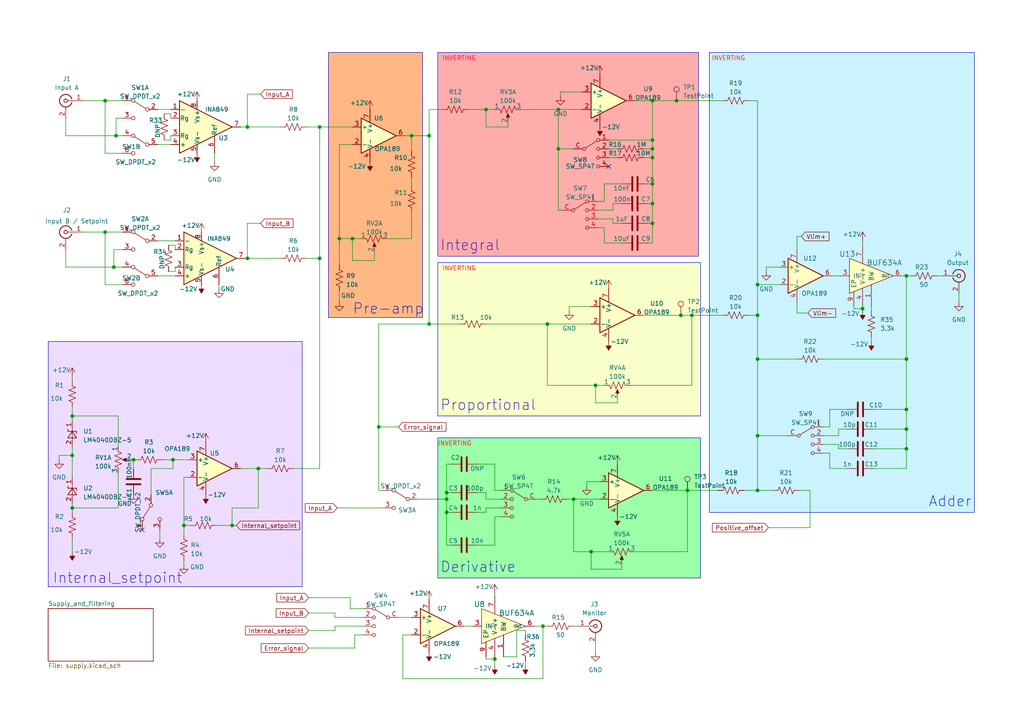
<source format=kicad_sch>
(kicad_sch (version 20231120) (generator "eeschema") (generator_version "8.0")
  (paper "A4")
  (lib_symbols
    (symbol "Amplifier_Instrumentation:AD8236" (pin_names (offset 0.127))
      (property "Reference" "U" (at 3.81 7.62 0))
      (property "Value" "AD8236" (at 3.81 5.08 0))
      (symbol "AD8236_1_1"
        (pin input line (at -10.16 5.08 0) (length 2.54) (name "-") (number "1"))
        (pin passive line (at -10.16 2.54 0) (length 2.54) (name "Rg") (number "2"))
        (pin passive line (at -10.16 -2.54 0) (length 2.54) (name "Rg") (number "3"))
        (pin input line (at -10.16 -5.08 0) (length 2.54) (name "+") (number "4"))
        (pin power_in line (at -2.54 -7.62 90) (length 2.54) (name "Vs-") (number "5"))
        (pin passive line (at 2.54 -7.62 90) (length 5.08) (name "Ref") (number "6"))
        (pin output line (at 10.16 0 180) (length 2.54) (name "~") (number "7"))
        (pin power_in line (at -2.54 7.62 270) (length 2.54) (name "Vs+") (number "8"))
      )
    )
    (symbol "Amplifier_Operational:OPA330xxD" (pin_names (offset 0.127))
      (property "Reference" "U" (at 0 6.35 0))
      (property "Value" "OPA330xxD" (at 0 3.81 0))
      (symbol "OPA330xxD_1_1"
        (pin no_connect line (at -2.54 2.54 270) (length 2.54) hide (name "NC") (number "1"))
        (pin input line (at -7.62 -2.54 0) (length 2.54) (name "-") (number "2"))
        (pin input line (at -7.62 2.54 0) (length 2.54) (name "+") (number "3"))
        (pin power_in line (at -2.54 -7.62 90) (length 3.81) (name "V-") (number "4"))
        (pin no_connect line (at 0 2.54 270) (length 2.54) hide (name "NC") (number "5"))
        (pin output line (at 7.62 0 180) (length 2.54) (name "~") (number "6"))
        (pin power_in line (at -2.54 7.62 270) (length 3.81) (name "V+") (number "7"))
        (pin no_connect line (at 0 -2.54 90) (length 2.54) hide (name "NC") (number "8"))
      )
    )
    (symbol "Connector:Conn_Coaxial" (pin_names (offset 1.016) hide)
      (property "Reference" "J" (at 0.254 3.048 0))
      (property "Value" "Conn_Coaxial" (at 2.921 0 90))
      (symbol "Conn_Coaxial_1_1"
        (pin passive line (at -5.08 0 0) (length 2.54) (name "In") (number "1"))
        (pin passive line (at 0 -5.08 90) (length 2.54) (name "Ext") (number "2"))
      )
    )
    (symbol "Connector:TestPoint" (pin_numbers hide) (pin_names (offset 0.762) hide)
      (property "Reference" "TP" (at 0 6.858 0))
      (property "Value" "TestPoint" (at 0 5.08 0))
      (symbol "TestPoint_1_1"
        (pin passive line (at 0 0 90) (length 2.54) (name "1") (number "1"))
      )
    )
    (symbol "Device:C" (pin_numbers hide) (pin_names (offset 0.254))
      (property "Reference" "C" (at 0.635 2.54 0))
      (property "Value" "C" (at 0.635 -2.54 0))
      (symbol "C_1_1"
        (pin passive line (at 0 3.81 270) (length 2.794) (name "~") (number "1"))
        (pin passive line (at 0 -3.81 90) (length 2.794) (name "~") (number "2"))
      )
    )
    (symbol "Device:R_US" (pin_numbers hide) (pin_names (offset 0))
      (property "Reference" "R" (at 2.54 0 90))
      (property "Value" "R_US" (at -2.54 0 90))
      (symbol "R_US_1_1"
        (pin passive line (at 0 3.81 270) (length 1.27) (name "~") (number "1"))
        (pin passive line (at 0 -3.81 90) (length 1.27) (name "~") (number "2"))
      )
    )
    (symbol "Reference_Voltage:LM4040DBZ-5" (pin_names (offset 0.0254) hide)
      (property "Reference" "U" (at 0 2.54 0))
      (property "Value" "LM4040DBZ-5" (at 0 -3.175 0))
      (symbol "LM4040DBZ-5_1_1"
        (pin passive line (at 3.81 0 180) (length 2.54) (name "K") (number "1"))
        (pin passive line (at -3.81 0 0) (length 2.54) (name "A") (number "2"))
      )
    )
    (symbol "local_lib:BUF634A" (pin_names (offset 1.016))
      (property "Reference" "U" (at 2.54 -12.7 0))
      (property "Value" "BUF634A" (at 13.97 -13.97 0))
      (symbol "BUF634A_1_1"
        (pin passive line (at 10.16 -26.67 90) (length 6.35) (name "BW") (number "1"))
        (pin passive line (at 1.27 -17.78 0) (length 2.54) (name "IN") (number "3"))
        (pin passive line (at 7.62 -26.67 90) (length 5.334) (name "V-") (number "4"))
        (pin passive line (at 19.05 -17.78 180) (length 2.54) (name "OUT") (number "6"))
        (pin passive line (at 7.62 -8.89 270) (length 5.334) (name "V+") (number "7"))
        (pin passive line (at 5.08 -26.67 90) (length 4.318) (name "EP") (number "9"))
      )
    )
    (symbol "local_lib:SW_DPDT_x2" (pin_names (offset 0) hide)
      (property "Reference" "SW1" (at 0 6.35 0))
      (property "Value" "SW_DPDT_x2" (at 0 3.81 0))
      (symbol "SW_DPDT_x2_1_1"
        (pin passive line (at 5.08 2.54 180) (length 2.54) (name "A") (number "1"))
        (pin passive line (at -5.08 0 0) (length 2.54) (name "B") (number "2"))
        (pin passive line (at 5.08 -2.54 180) (length 2.54) (name "C") (number "3"))
      )
      (symbol "SW_DPDT_x2_2_1"
        (pin passive line (at 5.08 2.54 180) (length 2.54) (name "A") (number "4"))
        (pin passive line (at -5.08 0 0) (length 2.54) (name "B") (number "5"))
        (pin passive line (at 5.08 -2.54 180) (length 2.54) (name "C") (number "6"))
      )
      (symbol "SW_DPDT_x2_3_1"
        (text "METAL_SHIELD" (at 0.5342 1.3412 0) (effects (font (size 1.27 1.27))))
        (pin passive line (at 0 -2.54 90) (length 2.54) (name "S") (number "S"))
      )
    )
    (symbol "local_lib:SW_SP4T" (pin_names (offset 0) hide)
      (property "Reference" "SW" (at 0 5.08 0))
      (property "Value" "SW_SP4T" (at 0 -8.89 0))
      (symbol "SW_SP4T_1_1"
        (pin passive line (at 5.08 2.54 180) (length 2.54) (name "1") (number "1"))
        (pin passive line (at 5.08 0 180) (length 2.54) (name "2") (number "2"))
        (pin passive line (at 5.08 -2.54 180) (length 2.54) (name "3") (number "3"))
        (pin passive line (at 5.08 -5.08 180) (length 2.54) (name "4") (number "4"))
        (pin passive line (at -5.08 0 0) (length 2.54) (name "Common") (number "C"))
      )
    )
    (symbol "local_lib:potentiometer_and _LED" (pin_numbers hide) (pin_names (offset 0))
      (property "Reference" "RV" (at -4.445 0 90))
      (property "Value" "100k" (at -2.54 0 90))
      (symbol "potentiometer_and _LED_1_1"
        (unit_name "Potentiometer")
        (pin passive line (at 0 3.81 270) (length 1.27) (name "1") (number "1"))
        (pin passive line (at 3.81 0 180) (length 1.27) (name "2") (number "2"))
        (pin passive line (at 0 -3.81 90) (length 1.27) (name "3") (number "3"))
      )
      (symbol "potentiometer_and _LED_2_1"
        (unit_name "LED")
        (pin passive line (at 0 3.81 270) (length 2.54) (name "A") (number "A"))
        (pin passive line (at 0 -3.81 90) (length 2.54) (name "C") (number "C"))
        (pin passive line (at -5.08 -3.81 90) (length 2.54) (name "Dummy") (number "L"))
      )
    )
    (symbol "power:+12V" (power) (pin_names (offset 0))
      (property "Value" "+12V" (at 0 3.556 0))
      (symbol "+12V_1_1"
        (pin power_in line (at 0 0 90) (length 0) hide (name "+12V") (number "1"))
      )
    )
    (symbol "power:-12V" (power) (pin_names (offset 0))
      (property "Value" "-12V" (at 0 3.81 0))
      (symbol "-12V_0_0"
        (pin power_in line (at 0 0 90) (length 0) hide (name "-12V") (number "1"))
      )
    )
    (symbol "power:GND" (power) (pin_names (offset 0))
      (property "Value" "GND" (at 0 -3.81 0))
      (symbol "GND_1_1"
        (pin power_in line (at 0 0 270) (length 0) hide (name "GND") (number "1"))
      )
    )
  )
  (junction (at 161.925 31.75))
  (junction (at 20.955 147.32))
  (junction (at 199.39 142.24))
  (junction (at 161.925 43.18))
  (junction (at 262.89 104.14))
  (junction (at 129.54 148.59))
  (junction (at 262.89 80.01))
  (junction (at 158.75 93.98))
  (junction (at 219.71 142.24))
  (junction (at 166.37 144.78))
  (junction (at 124.46 39.37))
  (junction (at 20.955 132.08))
  (junction (at 92.71 36.83))
  (junction (at 189.23 53.34))
  (junction (at 196.215 29.21))
  (junction (at 119.38 39.37))
  (junction (at 30.48 67.31))
  (junction (at 129.54 144.78))
  (junction (at 189.23 45.72))
  (junction (at 109.855 123.825))
  (junction (at 129.54 142.875))
  (junction (at 219.71 82.55))
  (junction (at 92.71 74.93))
  (junction (at 20.955 120.65))
  (junction (at 33.02 77.47))
  (junction (at 71.755 74.93))
  (junction (at 71.755 36.83))
  (junction (at 53.34 152.4))
  (junction (at 33.655 39.37))
  (junction (at 143.51 191.135))
  (junction (at 172.72 111.76))
  (junction (at 74.93 135.89))
  (junction (at 98.425 69.215))
  (junction (at 38.735 133.35))
  (junction (at 262.89 130.175))
  (junction (at 219.71 104.14))
  (junction (at 200.66 91.44))
  (junction (at 189.23 64.77))
  (junction (at 219.71 91.44))
  (junction (at 67.31 152.4))
  (junction (at 102.235 69.215))
  (junction (at 262.89 124.46))
  (junction (at 30.48 29.21))
  (junction (at 262.89 118.745))
  (junction (at 171.45 160.02))
  (junction (at 250.19 89.535))
  (junction (at 189.23 29.21))
  (junction (at 50.165 133.35))
  (junction (at 189.23 40.64))
  (junction (at 197.485 91.44))
  (junction (at 124.46 93.98))
  (junction (at 189.23 59.055))
  (junction (at 219.71 126.365))
  (junction (at 140.97 31.75))
  (junction (at 189.23 43.18))
  (junction (at 157.48 181.61))
  (no_connect (at 41.275 153.67))
  (no_connect (at 176.53 48.26))
  (wire (pts (xy 151.13 31.75) (xy 161.925 31.75)))
  (wire (pts (xy 189.23 43.18) (xy 189.23 45.72)))
  (wire (pts (xy 200.66 91.44) (xy 200.66 111.76)))
  (wire (pts (xy 69.85 36.83) (xy 71.755 36.83)))
  (wire (pts (xy 243.205 130.175) (xy 245.745 130.175)))
  (wire (pts (xy 97.155 182.88) (xy 89.535 182.88)))
  (wire (pts (xy 129.54 142.875) (xy 129.54 134.62)))
  (wire (pts (xy 74.93 135.89) (xy 69.85 135.89)))
  (wire (pts (xy 50.165 133.35) (xy 54.61 133.35)))
  (wire (pts (xy 154.94 181.61) (xy 157.48 181.61)))
  (wire (pts (xy 200.66 91.44) (xy 209.55 91.44)))
  (wire (pts (xy 71.755 36.83) (xy 81.28 36.83)))
  (wire (pts (xy 196.215 29.21) (xy 209.55 29.21)))
  (wire (pts (xy 33.02 77.47) (xy 19.05 77.47)))
  (wire (pts (xy 250.19 88.9) (xy 250.19 89.535)))
  (wire (pts (xy 88.9 74.93) (xy 92.71 74.93)))
  (wire (pts (xy 173.355 58.42) (xy 175.26 58.42)))
  (wire (pts (xy 219.71 91.44) (xy 219.71 104.14)))
  (wire (pts (xy 53.34 162.56) (xy 53.34 163.83)))
  (wire (pts (xy 155.575 144.78) (xy 156.845 144.78)))
  (wire (pts (xy 20.955 147.32) (xy 20.955 148.59)))
  (wire (pts (xy 219.71 104.14) (xy 219.71 126.365)))
  (wire (pts (xy 102.235 41.91) (xy 98.425 41.91)))
  (wire (pts (xy 171.45 165.1) (xy 171.45 160.02)))
  (wire (pts (xy 278.13 85.09) (xy 278.13 87.63)))
  (wire (pts (xy 262.89 80.01) (xy 262.89 104.14)))
  (wire (pts (xy 145.415 147.32) (xy 140.97 147.32)))
  (wire (pts (xy 262.89 130.175) (xy 253.365 130.175)))
  (wire (pts (xy 177.8 60.96) (xy 177.8 59.055)))
  (wire (pts (xy 30.48 82.55) (xy 30.48 67.31)))
  (wire (pts (xy 33.655 34.29) (xy 33.655 39.37)))
  (wire (pts (xy 143.51 149.86) (xy 145.415 149.86)))
  (wire (pts (xy 112.395 69.215) (xy 119.38 69.215)))
  (wire (pts (xy 262.89 124.46) (xy 262.89 130.175)))
  (wire (pts (xy 164.465 144.78) (xy 166.37 144.78)))
  (wire (pts (xy 140.97 31.75) (xy 143.51 31.75)))
  (wire (pts (xy 143.51 172.085) (xy 143.51 172.72)))
  (wire (pts (xy 219.71 82.55) (xy 219.71 29.21)))
  (wire (pts (xy 143.51 142.24) (xy 143.51 134.62)))
  (wire (pts (xy 85.09 135.89) (xy 92.71 135.89)))
  (wire (pts (xy 175.26 53.34) (xy 180.34 53.34)))
  (wire (pts (xy 250.19 89.535) (xy 250.19 90.17)))
  (wire (pts (xy 49.53 39.37) (xy 49.53 40.64)))
  (wire (pts (xy 117.475 39.37) (xy 119.38 39.37)))
  (wire (pts (xy 158.75 181.61) (xy 157.48 181.61)))
  (wire (pts (xy 170.18 139.7) (xy 170.18 140.97)))
  (wire (pts (xy 215.9 142.24) (xy 219.71 142.24)))
  (wire (pts (xy 140.97 144.78) (xy 140.97 142.875)))
  (wire (pts (xy 177.8 59.055) (xy 180.34 59.055)))
  (wire (pts (xy 152.4 193.04) (xy 152.4 191.77)))
  (wire (pts (xy 161.925 60.96) (xy 161.925 43.18)))
  (wire (pts (xy 197.485 91.44) (xy 200.66 91.44)))
  (wire (pts (xy 98.425 41.91) (xy 98.425 69.215)))
  (wire (pts (xy 219.71 91.44) (xy 219.71 82.55)))
  (wire (pts (xy 50.8 72.39) (xy 50.8 71.12)))
  (wire (pts (xy 143.51 190.5) (xy 143.51 191.135)))
  (wire (pts (xy 30.48 44.45) (xy 30.48 29.21)))
  (wire (pts (xy 71.755 74.93) (xy 81.28 74.93)))
  (wire (pts (xy 189.23 70.485) (xy 187.96 70.485)))
  (wire (pts (xy 34.29 147.32) (xy 20.955 147.32)))
  (wire (pts (xy 189.23 29.21) (xy 189.23 40.64)))
  (wire (pts (xy 182.88 111.76) (xy 200.66 111.76)))
  (wire (pts (xy 119.38 39.37) (xy 124.46 39.37)))
  (wire (pts (xy 171.45 160.02) (xy 166.37 160.02)))
  (wire (pts (xy 119.38 39.37) (xy 119.38 43.815)))
  (wire (pts (xy 243.205 126.365) (xy 243.205 124.46)))
  (wire (pts (xy 47.625 33.02) (xy 49.53 33.02)))
  (wire (pts (xy 176.53 45.72) (xy 179.07 45.72)))
  (wire (pts (xy 53.34 152.4) (xy 53.34 154.94)))
  (wire (pts (xy 172.72 116.84) (xy 172.72 111.76)))
  (wire (pts (xy 180.34 70.485) (xy 175.26 70.485)))
  (wire (pts (xy 35.56 34.29) (xy 33.655 34.29)))
  (wire (pts (xy 67.31 152.4) (xy 67.31 147.32)))
  (wire (pts (xy 38.735 133.35) (xy 39.37 133.35)))
  (wire (pts (xy 166.37 181.61) (xy 167.64 181.61)))
  (wire (pts (xy 71.755 27.305) (xy 71.755 36.83)))
  (wire (pts (xy 140.97 147.32) (xy 140.97 148.59)))
  (wire (pts (xy 71.755 64.77) (xy 71.755 74.93)))
  (wire (pts (xy 147.32 36.83) (xy 140.97 36.83)))
  (wire (pts (xy 189.23 64.77) (xy 187.96 64.77)))
  (wire (pts (xy 158.75 93.98) (xy 158.75 111.76)))
  (wire (pts (xy 140.97 142.875) (xy 138.43 142.875)))
  (wire (pts (xy 20.955 109.22) (xy 20.955 110.49)))
  (wire (pts (xy 33.655 39.37) (xy 19.05 39.37)))
  (wire (pts (xy 161.925 43.18) (xy 161.925 31.75)))
  (wire (pts (xy 53.34 138.43) (xy 53.34 152.4)))
  (wire (pts (xy 35.56 82.55) (xy 30.48 82.55)))
  (wire (pts (xy 55.245 152.4) (xy 53.34 152.4)))
  (wire (pts (xy 231.14 87.63) (xy 231.14 90.805)))
  (wire (pts (xy 247.65 89.535) (xy 250.19 89.535)))
  (wire (pts (xy 240.665 118.745) (xy 245.745 118.745)))
  (wire (pts (xy 172.72 111.76) (xy 175.26 111.76)))
  (wire (pts (xy 219.71 142.24) (xy 224.155 142.24)))
  (wire (pts (xy 97.155 179.07) (xy 97.155 177.8)))
  (wire (pts (xy 48.895 78.74) (xy 50.8 78.74)))
  (wire (pts (xy 238.76 128.905) (xy 243.205 128.905)))
  (wire (pts (xy 98.425 84.455) (xy 98.425 87.63)))
  (wire (pts (xy 134.62 181.61) (xy 137.16 181.61)))
  (wire (pts (xy 240.665 123.825) (xy 240.665 118.745)))
  (wire (pts (xy 105.41 179.07) (xy 97.155 179.07)))
  (wire (pts (xy 189.23 59.055) (xy 189.23 53.34)))
  (wire (pts (xy 45.72 80.01) (xy 50.8 80.01)))
  (wire (pts (xy 119.38 51.435) (xy 119.38 53.975)))
  (wire (pts (xy 89.535 173.355) (xy 101.6 173.355)))
  (wire (pts (xy 45.72 69.85) (xy 50.8 69.85)))
  (wire (pts (xy 238.76 126.365) (xy 243.205 126.365)))
  (wire (pts (xy 143.51 191.135) (xy 143.51 193.04)))
  (wire (pts (xy 50.8 77.47) (xy 50.8 78.74)))
  (wire (pts (xy 101.6 176.53) (xy 105.41 176.53)))
  (wire (pts (xy 35.56 77.47) (xy 33.02 77.47)))
  (wire (pts (xy 240.665 135.89) (xy 240.665 131.445)))
  (wire (pts (xy 140.97 148.59) (xy 138.43 148.59)))
  (wire (pts (xy 124.46 39.37) (xy 124.46 93.98)))
  (wire (pts (xy 98.425 69.215) (xy 102.235 69.215)))
  (wire (pts (xy 129.54 134.62) (xy 130.81 134.62)))
  (wire (pts (xy 50.165 135.89) (xy 43.815 135.89)))
  (wire (pts (xy 140.97 190.5) (xy 140.97 191.135)))
  (wire (pts (xy 262.89 124.46) (xy 262.89 118.745)))
  (wire (pts (xy 217.17 29.21) (xy 219.71 29.21)))
  (wire (pts (xy 47.625 40.64) (xy 49.53 40.64)))
  (wire (pts (xy 19.05 39.37) (xy 19.05 34.29)))
  (wire (pts (xy 49.53 34.29) (xy 49.53 33.02)))
  (wire (pts (xy 240.665 131.445) (xy 238.76 131.445)))
  (wire (pts (xy 176.53 40.64) (xy 189.23 40.64)))
  (wire (pts (xy 238.76 104.14) (xy 262.89 104.14)))
  (wire (pts (xy 189.23 53.34) (xy 187.96 53.34)))
  (wire (pts (xy 75.565 27.305) (xy 71.755 27.305)))
  (wire (pts (xy 75.565 64.77) (xy 71.755 64.77)))
  (wire (pts (xy 222.885 153.035) (xy 234.95 153.035)))
  (wire (pts (xy 124.46 31.75) (xy 128.27 31.75)))
  (wire (pts (xy 189.23 64.77) (xy 189.23 70.485)))
  (wire (pts (xy 176.53 43.18) (xy 179.07 43.18)))
  (wire (pts (xy 163.195 60.96) (xy 161.925 60.96)))
  (wire (pts (xy 33.02 72.39) (xy 33.02 77.47)))
  (wire (pts (xy 271.78 80.01) (xy 273.05 80.01)))
  (wire (pts (xy 43.815 135.89) (xy 43.815 143.51)))
  (wire (pts (xy 108.585 75.565) (xy 102.235 75.565)))
  (wire (pts (xy 88.9 36.83) (xy 92.71 36.83)))
  (wire (pts (xy 149.86 182.88) (xy 149.86 190.5)))
  (wire (pts (xy 161.925 31.75) (xy 168.91 31.75)))
  (wire (pts (xy 34.29 120.65) (xy 34.29 129.54)))
  (wire (pts (xy 129.54 158.115) (xy 130.81 158.115)))
  (wire (pts (xy 189.23 40.64) (xy 189.23 43.18)))
  (wire (pts (xy 67.31 147.32) (xy 74.93 147.32)))
  (wire (pts (xy 166.37 160.02) (xy 166.37 144.78)))
  (wire (pts (xy 173.99 139.7) (xy 170.18 139.7)))
  (wire (pts (xy 74.93 147.32) (xy 74.93 135.89)))
  (wire (pts (xy 98.425 69.215) (xy 98.425 76.835)))
  (wire (pts (xy 121.285 144.78) (xy 129.54 144.78)))
  (wire (pts (xy 199.39 142.24) (xy 189.23 142.24)))
  (wire (pts (xy 186.69 43.18) (xy 189.23 43.18)))
  (wire (pts (xy 116.84 196.85) (xy 116.84 184.15)))
  (wire (pts (xy 30.48 29.21) (xy 35.56 29.21)))
  (wire (pts (xy 186.69 91.44) (xy 197.485 91.44)))
  (wire (pts (xy 222.25 77.47) (xy 222.25 78.74)))
  (wire (pts (xy 245.745 135.89) (xy 240.665 135.89)))
  (wire (pts (xy 102.87 184.15) (xy 105.41 184.15)))
  (wire (pts (xy 262.89 104.14) (xy 262.89 118.745)))
  (wire (pts (xy 219.71 126.365) (xy 228.6 126.365)))
  (wire (pts (xy 46.355 153.67) (xy 46.355 156.21)))
  (wire (pts (xy 109.855 123.825) (xy 115.57 123.825)))
  (wire (pts (xy 168.91 26.67) (xy 162.56 26.67)))
  (wire (pts (xy 264.16 80.01) (xy 262.89 80.01)))
  (wire (pts (xy 63.5 82.55) (xy 63.5 83.82)))
  (wire (pts (xy 45.72 31.75) (xy 49.53 31.75)))
  (wire (pts (xy 241.3 80.01) (xy 243.84 80.01)))
  (wire (pts (xy 149.86 190.5) (xy 146.05 190.5)))
  (wire (pts (xy 45.72 41.91) (xy 49.53 41.91)))
  (wire (pts (xy 157.48 196.85) (xy 116.84 196.85)))
  (wire (pts (xy 186.69 45.72) (xy 189.23 45.72)))
  (wire (pts (xy 226.06 77.47) (xy 222.25 77.47)))
  (wire (pts (xy 143.51 158.115) (xy 143.51 149.86)))
  (wire (pts (xy 252.73 90.17) (xy 252.73 88.9)))
  (wire (pts (xy 140.97 36.83) (xy 140.97 31.75)))
  (wire (pts (xy 173.355 60.96) (xy 177.8 60.96)))
  (wire (pts (xy 71.12 74.93) (xy 71.755 74.93)))
  (wire (pts (xy 199.39 160.02) (xy 199.39 142.24)))
  (wire (pts (xy 243.205 128.905) (xy 243.205 130.175)))
  (wire (pts (xy 262.89 135.89) (xy 253.365 135.89)))
  (wire (pts (xy 119.38 179.07) (xy 115.57 179.07)))
  (wire (pts (xy 172.72 111.76) (xy 158.75 111.76)))
  (wire (pts (xy 92.71 36.83) (xy 102.235 36.83)))
  (wire (pts (xy 179.07 116.84) (xy 172.72 116.84)))
  (wire (pts (xy 238.76 123.825) (xy 240.665 123.825)))
  (wire (pts (xy 116.84 184.15) (xy 119.38 184.15)))
  (wire (pts (xy 165.1 88.9) (xy 165.1 90.17)))
  (wire (pts (xy 35.56 72.39) (xy 33.02 72.39)))
  (wire (pts (xy 101.6 173.355) (xy 101.6 176.53)))
  (wire (pts (xy 35.56 44.45) (xy 30.48 44.45)))
  (wire (pts (xy 184.15 29.21) (xy 189.23 29.21)))
  (wire (pts (xy 145.415 142.24) (xy 143.51 142.24)))
  (wire (pts (xy 180.34 165.1) (xy 171.45 165.1)))
  (wire (pts (xy 262.89 118.745) (xy 253.365 118.745)))
  (wire (pts (xy 143.51 134.62) (xy 138.43 134.62)))
  (wire (pts (xy 161.925 43.18) (xy 166.37 43.18)))
  (wire (pts (xy 129.54 142.875) (xy 130.81 142.875)))
  (wire (pts (xy 109.855 123.825) (xy 109.855 142.24)))
  (wire (pts (xy 231.14 68.58) (xy 232.41 68.58)))
  (wire (pts (xy 157.48 181.61) (xy 157.48 196.85)))
  (wire (pts (xy 152.4 184.15) (xy 152.4 182.88)))
  (wire (pts (xy 250.19 69.85) (xy 250.19 71.12)))
  (wire (pts (xy 68.58 152.4) (xy 67.31 152.4)))
  (wire (pts (xy 179.07 115.57) (xy 179.07 116.84)))
  (wire (pts (xy 109.855 93.98) (xy 124.46 93.98)))
  (wire (pts (xy 38.735 133.35) (xy 38.735 135.89)))
  (wire (pts (xy 234.95 142.24) (xy 234.95 153.035)))
  (wire (pts (xy 119.38 61.595) (xy 119.38 69.215)))
  (wire (pts (xy 189.23 45.72) (xy 189.23 53.34)))
  (wire (pts (xy 189.23 59.055) (xy 189.23 64.77)))
  (wire (pts (xy 177.8 64.77) (xy 180.34 64.77)))
  (wire (pts (xy 140.97 191.135) (xy 143.51 191.135)))
  (wire (pts (xy 129.54 148.59) (xy 129.54 158.115)))
  (wire (pts (xy 97.155 181.61) (xy 97.155 182.88)))
  (wire (pts (xy 124.46 93.98) (xy 133.35 93.98)))
  (wire (pts (xy 231.14 104.14) (xy 219.71 104.14)))
  (wire (pts (xy 175.26 58.42) (xy 175.26 53.34)))
  (wire (pts (xy 189.23 29.21) (xy 196.215 29.21)))
  (wire (pts (xy 135.89 31.75) (xy 140.97 31.75)))
  (wire (pts (xy 175.26 70.485) (xy 175.26 66.04)))
  (wire (pts (xy 24.13 67.31) (xy 30.48 67.31)))
  (wire (pts (xy 129.54 148.59) (xy 130.81 148.59)))
  (wire (pts (xy 102.87 187.96) (xy 102.87 184.15)))
  (wire (pts (xy 158.75 93.98) (xy 171.45 93.98)))
  (wire (pts (xy 166.37 144.78) (xy 173.99 144.78)))
  (wire (pts (xy 92.71 135.89) (xy 92.71 74.93)))
  (wire (pts (xy 50.165 133.35) (xy 50.165 135.89)))
  (wire (pts (xy 171.45 88.9) (xy 165.1 88.9)))
  (wire (pts (xy 20.955 146.05) (xy 20.955 147.32)))
  (wire (pts (xy 219.71 126.365) (xy 219.71 142.24)))
  (wire (pts (xy 172.72 186.69) (xy 172.72 189.23)))
  (wire (pts (xy 38.1 133.35) (xy 38.735 133.35)))
  (wire (pts (xy 147.32 35.56) (xy 147.32 36.83)))
  (wire (pts (xy 19.05 77.47) (xy 19.05 72.39)))
  (wire (pts (xy 231.775 142.24) (xy 234.95 142.24)))
  (wire (pts (xy 231.14 68.58) (xy 231.14 72.39)))
  (wire (pts (xy 243.205 124.46) (xy 245.745 124.46)))
  (wire (pts (xy 234.315 90.805) (xy 231.14 90.805)))
  (wire (pts (xy 97.155 177.8) (xy 89.535 177.8)))
  (wire (pts (xy 46.99 133.35) (xy 50.165 133.35)))
  (wire (pts (xy 102.235 69.215) (xy 102.235 75.565)))
  (wire (pts (xy 20.955 129.54) (xy 20.955 132.08)))
  (wire (pts (xy 20.955 118.11) (xy 20.955 120.65)))
  (wire (pts (xy 108.585 73.025) (xy 108.585 75.565)))
  (wire (pts (xy 105.41 181.61) (xy 97.155 181.61)))
  (wire (pts (xy 152.4 182.88) (xy 149.86 182.88)))
  (wire (pts (xy 102.235 69.215) (xy 104.775 69.215)))
  (wire (pts (xy 180.34 163.83) (xy 180.34 165.1)))
  (wire (pts (xy 124.46 31.75) (xy 124.46 39.37)))
  (wire (pts (xy 20.955 120.65) (xy 20.955 121.92)))
  (wire (pts (xy 177.8 63.5) (xy 177.8 64.77)))
  (wire (pts (xy 89.535 187.96) (xy 102.87 187.96)))
  (wire (pts (xy 247.65 88.9) (xy 247.65 89.535)))
  (wire (pts (xy 20.955 132.08) (xy 20.955 138.43)))
  (wire (pts (xy 20.955 156.21) (xy 20.955 160.02)))
  (wire (pts (xy 92.71 36.83) (xy 92.71 74.93)))
  (wire (pts (xy 62.23 44.45) (xy 62.23 46.99)))
  (wire (pts (xy 34.29 120.65) (xy 20.955 120.65)))
  (wire (pts (xy 17.145 132.08) (xy 20.955 132.08)))
  (wire (pts (xy 129.54 144.78) (xy 129.54 142.875)))
  (wire (pts (xy 199.39 142.24) (xy 208.28 142.24)))
  (wire (pts (xy 145.415 144.78) (xy 140.97 144.78)))
  (wire (pts (xy 34.29 137.16) (xy 34.29 147.32)))
  (wire (pts (xy 226.06 82.55) (xy 219.71 82.55)))
  (wire (pts (xy 262.89 80.01) (xy 261.62 80.01)))
  (wire (pts (xy 97.79 147.32) (xy 111.125 147.32)))
  (wire (pts (xy 109.855 93.98) (xy 109.855 123.825)))
  (wire (pts (xy 173.355 63.5) (xy 177.8 63.5)))
  (wire (pts (xy 30.48 67.31) (xy 35.56 67.31)))
  (wire (pts (xy 24.13 29.21) (xy 30.48 29.21)))
  (wire (pts (xy 184.15 160.02) (xy 199.39 160.02)))
  (wire (pts (xy 17.145 133.35) (xy 17.145 132.08)))
  (wire (pts (xy 140.97 93.98) (xy 158.75 93.98)))
  (wire (pts (xy 54.61 138.43) (xy 53.34 138.43)))
  (wire (pts (xy 252.73 97.79) (xy 252.73 99.06)))
  (wire (pts (xy 129.54 144.78) (xy 129.54 148.59)))
  (wire (pts (xy 109.855 142.24) (xy 111.125 142.24)))
  (wire (pts (xy 189.23 59.055) (xy 187.96 59.055)))
  (wire (pts (xy 138.43 158.115) (xy 143.51 158.115)))
  (wire (pts (xy 217.17 91.44) (xy 219.71 91.44)))
  (wire (pts (xy 162.56 26.67) (xy 162.56 27.94)))
  (wire (pts (xy 62.865 152.4) (xy 67.31 152.4)))
  (wire (pts (xy 175.26 66.04) (xy 173.355 66.04)))
  (wire (pts (xy 35.56 39.37) (xy 33.655 39.37)))
  (wire (pts (xy 262.89 130.175) (xy 262.89 135.89)))
  (wire (pts (xy 48.895 71.12) (xy 50.8 71.12)))
  (wire (pts (xy 262.89 124.46) (xy 253.365 124.46)))
  (wire (pts (xy 74.93 135.89) (xy 77.47 135.89)))
  (wire (pts (xy 176.53 160.02) (xy 171.45 160.02)))
  (rectangle (start 127 15.24) (end 202.565 74.295) (fill (type color) (color 255 173 171 1)))
  (rectangle (start 95.25 15.24) (end 122.555 92.075) (fill (type color) (color 255 183 132 1)))
  (rectangle (start 205.74 15.24) (end 282.575 148.59) (fill (type color) (color 203 242 255 1)))
  (rectangle (start 127 127) (end 203.2 167.64) (fill (type color) (color 155 255 167 1)))
  (rectangle (start 127 76.2) (end 203.2 120.65) (fill (type color) (color 248 255 201 1)))
  (rectangle (start 13.97 99.06) (end 87.63 170.18) (fill (type color) (color 238 220 255 1)))
  (text "INVERTING" (at 127 129.54 0) (effects (font (size 1.27 1.27)) (justify left bottom)))
  (text "INVERTING" (at 206.375 17.78 0) (effects (font (size 1.27 1.27)) (justify left bottom)))
  (text "Pre-amp" (at 102.235 91.44 0) (effects (font (size 3 3)) (justify left bottom)))
  (text "Proportional" (at 127.635 119.38 0) (effects (font (size 3 3)) (justify left bottom)))
  (text "Adder" (at 269.24 147.32 0) (effects (font (size 3 3)) (justify left bottom)))
  (text "Derivative" (at 127.635 166.37 0) (effects (font (size 3 3)) (justify left bottom)))
  (text "INVERTING" (at 128.27 17.78 0) (effects (font (size 1.27 1.27)) (justify left bottom)))
  (text "INVERTING" (at 128.27 78.74 0) (effects (font (size 1.27 1.27)) (justify left bottom)))
  (text "Integral" (at 127.635 73.025 0) (effects (font (size 3 3)) (justify left bottom)))
  (text "Internal_setpoint" (at 15.24 169.545 0) (effects (font (size 3 3)) (justify left bottom)))
  (global_label "Internal_setpoint" (shape input) (at 68.58 152.4 0) (property "Intersheetrefs" "${INTERSHEET_REFS}" (effects (hide yes))))
  (global_label "Input_A" (shape input) (at 89.535 173.355 180) (property "Intersheetrefs" "${INTERSHEET_REFS}" (effects (hide yes))))
  (global_label "Error_signal" (shape input) (at 89.535 187.96 180) (property "Intersheetrefs" "${INTERSHEET_REFS}" (effects (hide yes))))
  (global_label "Positive_offset" (shape input) (at 222.885 153.035 180) (property "Intersheetrefs" "${INTERSHEET_REFS}" (effects (hide yes))))
  (global_label "Error_signal" (shape input) (at 115.57 123.825 0) (property "Intersheetrefs" "${INTERSHEET_REFS}" (effects (hide yes))))
  (global_label "Vlim-" (shape input) (at 234.315 90.805 0) (property "Intersheetrefs" "${INTERSHEET_REFS}" (effects (hide yes))))
  (global_label "Input_A" (shape input) (at 75.565 27.305 0) (property "Intersheetrefs" "${INTERSHEET_REFS}" (effects (hide yes))))
  (global_label "Vlim+" (shape input) (at 232.41 68.58 0) (property "Intersheetrefs" "${INTERSHEET_REFS}" (effects (hide yes))))
  (global_label "Input_B" (shape input) (at 75.565 64.77 0) (property "Intersheetrefs" "${INTERSHEET_REFS}" (effects (hide yes))))
  (global_label "Input_A" (shape input) (at 97.79 147.32 180) (property "Intersheetrefs" "${INTERSHEET_REFS}" (effects (hide yes))))
  (global_label "Internal_setpoint" (shape input) (at 89.535 182.88 180) (property "Intersheetrefs" "${INTERSHEET_REFS}" (effects (hide yes))))
  (global_label "Input_B" (shape input) (at 89.535 177.8 180) (property "Intersheetrefs" "${INTERSHEET_REFS}" (effects (hide yes))))
  (symbol (lib_id "power:+12V") (at 179.07 134.62 0) (unit 1)
    (property "Reference" "#PWR031" (effects (hide yes)))
    (property "Value" "+12V" (at 175.895 132.715 0))
  )
  (symbol (lib_id "power:-12V") (at 176.53 99.06 180) (unit 1)
    (property "Reference" "#PWR030" (effects (hide yes)))
    (property "Value" "-12V" (at 179.705 99.06 0))
  )
  (symbol (lib_id "power:GND") (at 165.1 90.17 0) (unit 1)
    (property "Reference" "#PWR024" (effects (hide yes)))
    (property "Value" "GND" (at 165.1 95.25 0))
  )
  (symbol (lib_id "Amplifier_Instrumentation:AD8236") (at 59.69 36.83 0) (unit 1)
    (property "Reference" "U3" (at 64.77 40.005 0))
    (property "Value" "INA849" (at 62.865 31.75 0))
    (property "Footprint" "Package_SO:SOIC-8_3.9x4.9mm_P1.27mm" (effects (hide yes)))
    (property "Datasheet" "https://www.ti.com/lit/ds/symlink/ina849.pdf" (effects (hide yes)))
    (property "DIGIKEY" "296-INA849DRCT-ND‎ " (effects (hide yes)))
    (property "PARTNO" "INA849DR‎ " (effects (hide yes)))
  )
  (symbol (lib_id "Device:R_US") (at 85.09 36.83 90) (unit 1)
    (property "Reference" "R8" (at 85.09 31.75 90))
    (property "Value" "10k" (at 85.09 34.29 90))
    (property "Footprint" "Resistor_SMD:R_0805_2012Metric" (effects (hide yes)))
    (property "DIGIKEY" "2019-RN73H2ATTD1002B25CT-ND" (effects (hide yes)))
  )
  (symbol (lib_id "local_lib:SW_DPDT_x2") (at 40.64 69.85 0) (mirror y) (unit 1)
    (property "Reference" "SW2" (at 40.6565 63.5 0))
    (property "Value" "SW_DPDT_x2" (at 40.6565 66.04 0))
    (property "Footprint" "lib:MHS222" (effects (hide yes)))
    (property "Datasheet" "https://www.te.com/commerce/DocumentDelivery/DDEController?Action=srchrtrv&DocNm=1825289&DocType=Customer+Drawing&DocLang=English&DocFormat=pdf&PartCntxt=1825289-1" (effects (hide yes)))
    (property "PARTNO" "1825289-1" (effects (hide yes)))
    (property "DIGIKEY" "450-1572-ND" (effects (hide yes)))
  )
  (symbol (lib_id "local_lib:potentiometer_and _LED") (at 34.29 133.35 0) (unit 1)
    (property "Reference" "RV1" (at 32.385 132.715 0) (effects (justify right)))
    (property "Value" "100k" (at 32.385 135.255 0) (effects (justify right)))
    (property "Footprint" "lib:Slide_pot_45mm" (effects (hide yes)))
    (property "Datasheet" "https://www.bourns.com/docs/Product-Datasheets/PTL.pdf" (effects (hide yes)))
    (property "PARTNO" "PTL45-15O0-104B1" (effects (hide yes)))
    (property "DIGIKEY" "PTL45-15O0-104B1-ND" (effects (hide yes)))
  )
  (symbol (lib_id "local_lib:SW_DPDT_x2") (at 40.64 31.75 0) (mirror y) (unit 1)
    (property "Reference" "SW1" (at 40.6565 25.4 0))
    (property "Value" "SW_DPDT_x2" (at 40.6565 27.94 0))
    (property "Footprint" "lib:MHS222" (effects (hide yes)))
    (property "Datasheet" "https://www.te.com/commerce/DocumentDelivery/DDEController?Action=srchrtrv&DocNm=1825289&DocType=Customer+Drawing&DocLang=English&DocFormat=pdf&PartCntxt=1825289-1" (effects (hide yes)))
    (property "PARTNO" "1825289-1" (effects (hide yes)))
    (property "DIGIKEY" "450-1572-ND" (effects (hide yes)))
  )
  (symbol (lib_id "power:-12V") (at 107.315 46.99 180) (unit 1)
    (property "Reference" "#PWR018" (effects (hide yes)))
    (property "Value" "-12V" (at 103.505 48.26 0))
  )
  (symbol (lib_id "Device:R_US") (at 59.055 152.4 90) (unit 1)
    (property "Reference" "R5" (at 54.61 150.495 90))
    (property "Value" "10k" (at 59.69 150.495 90))
    (property "Footprint" "Resistor_SMD:R_0805_2012Metric" (effects (hide yes)))
    (property "DIGIKEY" "2019-RN73H2ATTD1002B25CT-ND" (effects (hide yes)))
  )
  (symbol (lib_id "power:+12V") (at 107.315 31.75 0) (unit 1)
    (property "Reference" "#PWR017" (effects (hide yes)))
    (property "Value" "+12V" (at 104.14 29.845 0))
  )
  (symbol (lib_id "Amplifier_Operational:OPA330xxD") (at 62.23 135.89 0) (unit 1)
    (property "Reference" "U5" (at 62.23 131.445 0))
    (property "Value" "OPA189" (at 51.435 130.175 0))
    (property "Footprint" "Package_SO:SOIC-8_3.9x4.9mm_P1.27mm" (effects (hide yes)))
    (property "Datasheet" "http://www.ti.com/lit/ds/symlink/opa330.pdf" (effects (hide yes)))
    (property "DIGIKEY" "296-47522-ND" (effects (hide yes)))
    (property "PARTNO" "OPA189ID" (effects (hide yes)))
  )
  (symbol (lib_id "Device:R_US") (at 234.95 104.14 90) (unit 1)
    (property "Reference" "R22" (at 234.95 99.06 90))
    (property "Value" "10k" (at 234.95 101.6 90))
    (property "Footprint" "Resistor_SMD:R_0805_2012Metric" (effects (hide yes)))
    (property "DIGIKEY" "2019-RN73H2ATTD1002B25CT-ND" (effects (hide yes)))
  )
  (symbol (lib_id "Device:R_US") (at 160.655 144.78 90) (unit 1)
    (property "Reference" "R14" (at 160.655 139.7 90))
    (property "Value" "4.7k" (at 160.655 142.24 90))
    (property "Footprint" "Resistor_SMD:R_0805_2012Metric" (effects (hide yes)))
  )
  (symbol (lib_id "local_lib:SW_DPDT_x2") (at 40.64 80.01 0) (mirror y) (unit 2)
    (property "Reference" "SW2" (at 38.1 80.645 0))
    (property "Value" "SW_DPDT_x2" (at 40.005 85.09 0))
    (property "Footprint" "lib:MHS222" (effects (hide yes)))
    (property "Datasheet" "https://www.te.com/commerce/DocumentDelivery/DDEController?Action=srchrtrv&DocNm=1825289&DocType=Customer+Drawing&DocLang=English&DocFormat=pdf&PartCntxt=1825289-1" (effects (hide yes)))
    (property "PARTNO" "1825289-1" (effects (hide yes)))
    (property "DIGIKEY" "450-1572-ND" (effects (hide yes)))
  )
  (symbol (lib_id "Reference_Voltage:LM4040DBZ-5") (at 20.955 125.73 90) (unit 1)
    (property "Reference" "U1" (at 24.13 125.095 90) (effects (justify right)))
    (property "Value" "LM4040DBZ-5" (at 24.13 127.635 90) (effects (justify right)))
    (property "Footprint" "Package_TO_SOT_SMD:SOT-23" (effects (hide yes)))
    (property "Datasheet" "http://www.ti.com/lit/ds/symlink/lm4040-n.pdf" (effects (hide yes)))
    (property "PARTNO" "LM4040B50FTA" (effects (hide yes)))
    (property "DIGIKEY" "LM4040B50FTADICT-ND" (effects (hide yes)))
  )
  (symbol (lib_id "local_lib:potentiometer_and _LED") (at 108.585 69.215 90) (mirror x) (unit 1)
    (property "Reference" "RV2" (at 108.585 64.77 90))
    (property "Value" "100k" (at 108.585 67.31 90))
    (property "Footprint" "lib:Slide_pot_45mm" (effects (hide yes)))
    (property "Datasheet" "https://www.bourns.com/docs/Product-Datasheets/PTL.pdf" (effects (hide yes)))
    (property "PARTNO" "PTL45-15O0-104B1" (effects (hide yes)))
    (property "DIGIKEY" "PTL45-15O0-104B1-ND" (effects (hide yes)))
  )
  (symbol (lib_id "Device:R_US") (at 267.97 80.01 90) (unit 1)
    (property "Reference" "R23" (at 267.335 77.47 90))
    (property "Value" "50" (at 267.97 82.55 90))
    (property "Footprint" "Resistor_SMD:R_0805_2012Metric" (effects (hide yes)))
  )
  (symbol (lib_id "Amplifier_Operational:OPA330xxD") (at 181.61 142.24 0) (unit 1)
    (property "Reference" "U11" (at 193.04 138.8111 0))
    (property "Value" "OPA189" (at 193.04 141.3511 0))
    (property "Footprint" "Package_SO:SOIC-8_3.9x4.9mm_P1.27mm" (effects (hide yes)))
    (property "Datasheet" "http://www.ti.com/lit/ds/symlink/opa330.pdf" (effects (hide yes)))
    (property "DIGIKEY" "296-47522-ND" (effects (hide yes)))
    (property "PARTNO" "OPA189ID" (effects (hide yes)))
  )
  (symbol (lib_id "local_lib:potentiometer_and _LED") (at 179.07 111.76 90) (mirror x) (unit 1)
    (property "Reference" "RV4" (at 179.07 106.68 90))
    (property "Value" "100k" (at 179.07 109.22 90))
    (property "Footprint" "lib:Slide_pot_45mm" (effects (hide yes)))
    (property "Datasheet" "https://www.bourns.com/docs/Product-Datasheets/PTL.pdf" (effects (hide yes)))
    (property "PARTNO" "PTL45-15O0-104B1" (effects (hide yes)))
    (property "DIGIKEY" "PTL45-15O0-104B1-ND" (effects (hide yes)))
  )
  (symbol (lib_id "Connector:Conn_Coaxial") (at 19.05 29.21 0) (mirror y) (unit 1)
    (property "Reference" "J1" (at 19.3674 22.86 0))
    (property "Value" "Input A" (at 19.3674 25.4 0))
    (property "Footprint" "lib:BNC_Amphenol_031-5539_Vertical" (effects (hide yes)))
    (property "Datasheet" " ~" (effects (hide yes)))
  )
  (symbol (lib_id "Device:C") (at 249.555 124.46 270) (mirror x) (unit 1)
    (property "Reference" "C11" (at 252.73 123.19 90))
    (property "Value" "10p" (at 246.38 123.19 90))
    (property "Footprint" "Capacitor_SMD:C_0805_2012Metric" (effects (hide yes)))
  )
  (symbol (lib_id "Device:R_US") (at 98.425 80.645 180) (unit 1)
    (property "Reference" "R9" (at 100.33 80.01 0) (effects (justify right)))
    (property "Value" "10k" (at 100.33 82.55 0) (effects (justify right)))
    (property "Footprint" "Resistor_SMD:R_0805_2012Metric" (effects (hide yes)))
    (property "DIGIKEY" "2019-RN73H2ATTD1002B25CT-ND" (effects (hide yes)))
  )
  (symbol (lib_id "Device:R_US") (at 20.955 152.4 180) (unit 1)
    (property "Reference" "R2" (at 15.875 149.86 0) (effects (justify right)))
    (property "Value" "10k" (at 14.605 153.67 0) (effects (justify right)))
    (property "Footprint" "Resistor_SMD:R_0805_2012Metric" (effects (hide yes)))
  )
  (symbol (lib_id "power:-12V") (at 58.42 82.55 180) (unit 1)
    (property "Reference" "#PWR011" (effects (hide yes)))
    (property "Value" "-12V" (at 54.61 83.82 0))
  )
  (symbol (lib_id "power:-12V") (at 124.46 189.23 180) (unit 1)
    (property "Reference" "#PWR020" (effects (hide yes)))
    (property "Value" "-12V" (at 128.27 190.5 0))
  )
  (symbol (lib_id "Connector:TestPoint") (at 197.485 91.44 0) (unit 1)
    (property "Reference" "TP2" (at 199.39 87.503 0) (effects (justify left)))
    (property "Value" "TestPoint" (at 199.39 90.043 0) (effects (justify left)))
    (property "Footprint" "TestPoint:TestPoint_Pad_D3.0mm" (effects (hide yes)))
  )
  (symbol (lib_id "power:+12V") (at 176.53 83.82 0) (unit 1)
    (property "Reference" "#PWR029" (effects (hide yes)))
    (property "Value" "+12V" (at 173.355 81.915 0))
  )
  (symbol (lib_id "Device:R_US") (at 47.625 36.83 180) (unit 1)
    (property "Reference" "R33" (at 43.18 34.925 0) (effects (justify right)))
    (property "Value" "DNP" (at 45.72 40.005 90) (effects (justify right)))
    (property "Footprint" "Resistor_SMD:R_0805_2012Metric" (effects (hide yes)))
    (property "DIGIKEY" "2019-RN73H2ATTD1002B25CT-ND" (effects (hide yes)))
  )
  (symbol (lib_id "Device:R_US") (at 48.895 74.93 180) (unit 1)
    (property "Reference" "R34" (at 44.45 73.025 0) (effects (justify right)))
    (property "Value" "DNP" (at 46.99 78.105 90) (effects (justify right)))
    (property "Footprint" "Resistor_SMD:R_0805_2012Metric" (effects (hide yes)))
    (property "DIGIKEY" "2019-RN73H2ATTD1002B25CT-ND" (effects (hide yes)))
  )
  (symbol (lib_id "power:-12V") (at 57.15 44.45 180) (unit 1)
    (property "Reference" "#PWR09" (effects (hide yes)))
    (property "Value" "-12V" (at 53.975 46.355 0))
  )
  (symbol (lib_id "power:GND") (at 278.13 87.63 0) (unit 1)
    (property "Reference" "#PWR036" (effects (hide yes)))
    (property "Value" "GND" (at 278.13 92.71 0))
  )
  (symbol (lib_id "power:-12V") (at 173.99 36.83 180) (unit 1)
    (property "Reference" "#PWR028" (effects (hide yes)))
    (property "Value" "-12V" (at 177.165 36.83 0))
  )
  (symbol (lib_id "Device:C") (at 38.735 139.7 180) (unit 1)
    (property "Reference" "C1" (at 37.465 142.875 90))
    (property "Value" "100nF" (at 37.465 135.89 90))
    (property "Footprint" "Capacitor_SMD:C_0805_2012Metric" (effects (hide yes)))
  )
  (symbol (lib_id "local_lib:SW_DPDT_x2") (at 43.815 148.59 90) (mirror x) (unit 1)
    (property "Reference" "SW5" (at 47.625 142.875 90))
    (property "Value" "SW_DPDT_x2" (at 40.005 148.5735 0))
    (property "Footprint" "lib:MHS222" (effects (hide yes)))
    (property "Datasheet" "https://www.te.com/commerce/DocumentDelivery/DDEController?Action=srchrtrv&DocNm=1825289&DocType=Customer+Drawing&DocLang=English&DocFormat=pdf&PartCntxt=1825289-1" (effects (hide yes)))
    (property "PARTNO" "1825289-1" (effects (hide yes)))
    (property "DIGIKEY" "450-1572-ND" (effects (hide yes)))
  )
  (symbol (lib_id "power:-12V") (at 179.07 149.86 180) (unit 1)
    (property "Reference" "#PWR032" (effects (hide yes)))
    (property "Value" "-12V" (at 182.245 149.86 0))
  )
  (symbol (lib_id "Device:R_US") (at 119.38 47.625 180) (unit 1)
    (property "Reference" "R10" (at 114.3 45.72 0) (effects (justify right)))
    (property "Value" "10k" (at 113.03 48.895 0) (effects (justify right)))
    (property "Footprint" "Resistor_SMD:R_0805_2012Metric" (effects (hide yes)))
    (property "DIGIKEY" "2019-RN73H2ATTD1002B25CT-ND" (effects (hide yes)))
  )
  (symbol (lib_id "Connector:TestPoint") (at 196.215 29.21 0) (unit 1)
    (property "Reference" "TP1" (at 198.12 25.273 0) (effects (justify left)))
    (property "Value" "TestPoint" (at 198.12 27.813 0) (effects (justify left)))
    (property "Footprint" "TestPoint:TestPoint_Pad_D3.0mm" (effects (hide yes)))
  )
  (symbol (lib_id "Device:C") (at 249.555 135.89 270) (mirror x) (unit 1)
    (property "Reference" "C13" (at 252.73 134.62 90))
    (property "Value" "1n" (at 245.745 134.62 90))
    (property "Footprint" "Capacitor_SMD:C_0805_2012Metric" (effects (hide yes)))
  )
  (symbol (lib_id "power:-12V") (at 20.955 160.02 180) (unit 1)
    (property "Reference" "#PWR03" (effects (hide yes)))
    (property "Value" "-12V" (at 24.13 160.02 0))
  )
  (symbol (lib_id "Amplifier_Instrumentation:AD8236") (at 60.96 74.93 0) (unit 1)
    (property "Reference" "U4" (at 66.675 78.105 0))
    (property "Value" "INA849" (at 63.5 69.215 0))
    (property "Footprint" "Package_SO:SOIC-8_3.9x4.9mm_P1.27mm" (effects (hide yes)))
    (property "Datasheet" "https://www.ti.com/lit/ds/symlink/ina849.pdf" (effects (hide yes)))
    (property "DIGIKEY" "296-INA849DRCT-ND‎ " (effects (hide yes)))
    (property "PARTNO" "INA849DR‎ " (effects (hide yes)))
  )
  (symbol (lib_id "power:+12V") (at 20.955 109.22 0) (unit 1)
    (property "Reference" "#PWR02" (effects (hide yes)))
    (property "Value" "+12V" (at 17.78 107.315 0))
  )
  (symbol (lib_id "Device:R_US") (at 162.56 181.61 90) (unit 1)
    (property "Reference" "R15" (at 161.925 179.07 90))
    (property "Value" "50" (at 162.56 184.15 90))
    (property "Footprint" "Resistor_SMD:R_0805_2012Metric" (effects (hide yes)))
  )
  (symbol (lib_id "Amplifier_Operational:OPA330xxD") (at 127 181.61 0) (unit 1)
    (property "Reference" "U7" (at 128.27 176.53 0))
    (property "Value" "OPA189" (at 129.54 186.69 0))
    (property "Footprint" "Package_SO:SOIC-8_3.9x4.9mm_P1.27mm" (effects (hide yes)))
    (property "Datasheet" "http://www.ti.com/lit/ds/symlink/opa330.pdf" (effects (hide yes)))
    (property "DIGIKEY" "296-47522-ND" (effects (hide yes)))
    (property "PARTNO" "OPA189ID" (effects (hide yes)))
  )
  (symbol (lib_id "local_lib:SW_SP4T") (at 233.68 126.365 0) (unit 1)
    (property "Reference" "SW9" (at 233.68 120.015 0))
    (property "Value" "SW_SP4T" (at 233.68 122.555 0))
    (property "Footprint" "lib:SLB1470" (effects (hide yes)))
    (property "PARTNO" "SLB1470" (effects (hide yes)))
    (property "DIGIKEY" "679-2621-ND" (effects (hide yes)))
  )
  (symbol (lib_id "Amplifier_Operational:OPA330xxD") (at 179.07 91.44 0) (unit 1)
    (property "Reference" "U10" (at 190.5 88.0111 0))
    (property "Value" "OPA189" (at 190.5 90.5511 0))
    (property "Footprint" "Package_SO:SOIC-8_3.9x4.9mm_P1.27mm" (effects (hide yes)))
    (property "Datasheet" "http://www.ti.com/lit/ds/symlink/opa330.pdf" (effects (hide yes)))
    (property "DIGIKEY" "296-47522-ND" (effects (hide yes)))
    (property "PARTNO" "OPA189ID" (effects (hide yes)))
  )
  (symbol (lib_id "Connector:Conn_Coaxial") (at 278.13 80.01 0) (unit 1)
    (property "Reference" "J4" (at 277.8126 73.66 0))
    (property "Value" "Output" (at 277.8126 76.2 0))
    (property "Footprint" "lib:BNC_Amphenol_031-5539_Vertical" (effects (hide yes)))
    (property "Datasheet" " ~" (effects (hide yes)))
  )
  (symbol (lib_id "power:+12V") (at 57.15 29.21 0) (unit 1)
    (property "Reference" "#PWR08" (effects (hide yes)))
    (property "Value" "+12V" (at 53.975 27.305 0))
  )
  (symbol (lib_id "Device:R_US") (at 213.36 91.44 90) (unit 1)
    (property "Reference" "R20" (at 213.36 86.36 90))
    (property "Value" "10k" (at 213.36 88.9 90))
    (property "Footprint" "Resistor_SMD:R_0805_2012Metric" (effects (hide yes)))
    (property "DIGIKEY" "2019-RN73H2ATTD1002B25CT-ND" (effects (hide yes)))
  )
  (symbol (lib_id "power:GND") (at 46.355 156.21 0) (unit 1)
    (property "Reference" "#PWR06" (effects (hide yes)))
    (property "Value" "GND" (at 46.355 161.29 0))
  )
  (symbol (lib_id "Device:R_US") (at 81.28 135.89 90) (unit 1)
    (property "Reference" "R7" (at 81.28 130.81 90))
    (property "Value" "10k" (at 81.28 133.35 90))
    (property "Footprint" "Resistor_SMD:R_0805_2012Metric" (effects (hide yes)))
    (property "DIGIKEY" "2019-RN73H2ATTD1002B25CT-ND" (effects (hide yes)))
  )
  (symbol (lib_id "power:+12V") (at 173.99 21.59 0) (unit 1)
    (property "Reference" "#PWR027" (effects (hide yes)))
    (property "Value" "+12V" (at 170.815 19.685 0))
  )
  (symbol (lib_id "Device:C") (at 134.62 158.115 90) (unit 1)
    (property "Reference" "C5" (at 131.445 156.845 90))
    (property "Value" "10n" (at 138.43 156.845 90))
    (property "Footprint" "Capacitor_SMD:C_0805_2012Metric" (effects (hide yes)))
  )
  (symbol (lib_id "Amplifier_Operational:OPA330xxD") (at 233.68 80.01 0) (unit 1)
    (property "Reference" "U12" (at 234.95 74.93 0))
    (property "Value" "OPA189" (at 236.22 85.09 0))
    (property "Footprint" "Package_SO:SOIC-8_3.9x4.9mm_P1.27mm" (effects (hide yes)))
    (property "Datasheet" "http://www.ti.com/lit/ds/symlink/opa330.pdf" (effects (hide yes)))
    (property "DIGIKEY" "296-47522-ND" (effects (hide yes)))
    (property "PARTNO" "OPA189ID" (effects (hide yes)))
  )
  (symbol (lib_id "local_lib:BUF634A") (at 135.89 163.83 0) (unit 1)
    (property "Reference" "U8" (at 139.065 175.26 0) (effects (font (size 1.524 1.524))))
    (property "Value" "BUF634A" (at 149.86 177.8 0) (effects (font (size 1.524 1.524))))
    (property "Footprint" "lib:TI_SO-PowerPAD-8_ThermalVias" (effects (hide yes)))
    (property "Datasheet" "https://www.ti.com/lit/ds/symlink/buf634a.pdf" (effects (hide yes)))
    (property "DIGIKEY" "296-BUF634AIDDARCT-ND" (effects (hide yes)))
    (property "PARTNO" "BUF634AIDDAR" (effects (hide yes)))
  )
  (symbol (lib_id "local_lib:SW_DPDT_x2") (at 40.64 41.91 0) (mirror y) (unit 2)
    (property "Reference" "SW1" (at 38.1 42.545 0))
    (property "Value" "SW_DPDT_x2" (at 39.37 46.99 0))
    (property "Footprint" "lib:MHS222" (effects (hide yes)))
    (property "Datasheet" "https://www.te.com/commerce/DocumentDelivery/DDEController?Action=srchrtrv&DocNm=1825289&DocType=Customer+Drawing&DocLang=English&DocFormat=pdf&PartCntxt=1825289-1" (effects (hide yes)))
    (property "PARTNO" "1825289-1" (effects (hide yes)))
    (property "DIGIKEY" "450-1572-ND" (effects (hide yes)))
  )
  (symbol (lib_id "Connector:TestPoint") (at 199.39 142.24 0) (unit 1)
    (property "Reference" "TP3" (at 201.295 138.303 0) (effects (justify left)))
    (property "Value" "TestPoint" (at 201.295 140.843 0) (effects (justify left)))
    (property "Footprint" "TestPoint:TestPoint_Pad_D3.0mm" (effects (hide yes)))
  )
  (symbol (lib_id "local_lib:potentiometer_and _LED") (at 147.32 31.75 90) (mirror x) (unit 1)
    (property "Reference" "RV3" (at 147.32 26.67 90))
    (property "Value" "100k" (at 147.32 29.21 90))
    (property "Footprint" "lib:Slide_pot_45mm" (effects (hide yes)))
    (property "Datasheet" "https://www.bourns.com/docs/Product-Datasheets/PTL.pdf" (effects (hide yes)))
    (property "PARTNO" "PTL45-15O0-104B1" (effects (hide yes)))
    (property "DIGIKEY" "PTL45-15O0-104B1-ND" (effects (hide yes)))
  )
  (symbol (lib_id "Device:R_US") (at 227.965 142.24 90) (unit 1)
    (property "Reference" "R21" (at 227.965 137.16 90))
    (property "Value" "10k" (at 227.965 139.7 90))
    (property "Footprint" "Resistor_SMD:R_0805_2012Metric" (effects (hide yes)))
    (property "DIGIKEY" "2019-RN73H2ATTD1002B25CT-ND" (effects (hide yes)))
  )
  (symbol (lib_id "Device:R_US") (at 85.09 74.93 90) (unit 1)
    (property "Reference" "R6" (at 85.09 69.85 90))
    (property "Value" "10k" (at 85.09 72.39 90))
    (property "Footprint" "Resistor_SMD:R_0805_2012Metric" (effects (hide yes)))
    (property "DIGIKEY" "2019-RN73H2ATTD1002B25CT-ND" (effects (hide yes)))
  )
  (symbol (lib_id "Device:R_US") (at 20.955 114.3 180) (unit 1)
    (property "Reference" "R1" (at 15.875 111.76 0) (effects (justify right)))
    (property "Value" "10k" (at 14.605 115.57 0) (effects (justify right)))
    (property "Footprint" "Resistor_SMD:R_0805_2012Metric" (effects (hide yes)))
  )
  (symbol (lib_id "Device:C") (at 249.555 118.745 270) (mirror x) (unit 1)
    (property "Reference" "C10" (at 254 117.475 90))
    (property "Value" "DNP" (at 245.745 120.015 90))
    (property "Footprint" "Capacitor_SMD:C_0805_2012Metric" (effects (hide yes)))
  )
  (symbol (lib_id "Connector:Conn_Coaxial") (at 172.72 181.61 0) (unit 1)
    (property "Reference" "J3" (at 172.4026 175.26 0))
    (property "Value" "Monitor" (at 172.4026 177.8 0))
    (property "Footprint" "lib:BNC_Amphenol_031-5539_Vertical" (effects (hide yes)))
    (property "Datasheet" " ~" (effects (hide yes)))
  )
  (symbol (lib_id "power:GND") (at 162.56 27.94 0) (unit 1)
    (property "Reference" "#PWR023" (effects (hide yes)))
    (property "Value" "GND" (at 162.56 33.02 0))
  )
  (symbol (lib_id "power:+12V") (at 250.19 69.85 0) (unit 1)
    (property "Reference" "#PWR034" (effects (hide yes)))
    (property "Value" "+12V" (at 247.015 67.945 0))
  )
  (symbol (lib_id "Amplifier_Operational:OPA330xxD") (at 109.855 39.37 0) (unit 1)
    (property "Reference" "U6" (at 109.855 34.29 0))
    (property "Value" "OPA189" (at 112.395 43.18 0))
    (property "Footprint" "Package_SO:SOIC-8_3.9x4.9mm_P1.27mm" (effects (hide yes)))
    (property "Datasheet" "http://www.ti.com/lit/ds/symlink/opa330.pdf" (effects (hide yes)))
    (property "DIGIKEY" "296-47522-ND" (effects (hide yes)))
    (property "PARTNO" "OPA189ID" (effects (hide yes)))
  )
  (symbol (lib_id "power:GND") (at 63.5 83.82 0) (unit 1)
    (property "Reference" "#PWR015" (effects (hide yes)))
    (property "Value" "GND" (at 66.04 83.82 0))
  )
  (symbol (lib_id "Device:C") (at 184.15 70.485 270) (mirror x) (unit 1)
    (property "Reference" "C9" (at 187.325 69.215 90))
    (property "Value" "10uF" (at 180.34 69.215 90))
    (property "Footprint" "Capacitor_SMD:C_0805_2012Metric" (effects (hide yes)))
  )
  (symbol (lib_id "power:+12V") (at 59.69 128.27 0) (unit 1)
    (property "Reference" "#PWR012" (effects (hide yes)))
    (property "Value" "+12V" (at 56.515 126.365 0))
  )
  (symbol (lib_id "power:+12V") (at 124.46 173.99 0) (unit 1)
    (property "Reference" "#PWR019" (effects (hide yes)))
    (property "Value" "+12V" (at 121.285 172.085 0))
  )
  (symbol (lib_id "local_lib:potentiometer_and _LED") (at 180.34 160.02 90) (mirror x) (unit 1)
    (property "Reference" "RV5" (at 180.34 154.94 90))
    (property "Value" "100k" (at 180.34 157.48 90))
    (property "Footprint" "lib:Slide_pot_45mm" (effects (hide yes)))
    (property "Datasheet" "https://www.bourns.com/docs/Product-Datasheets/PTL.pdf" (effects (hide yes)))
    (property "PARTNO" "PTL45-15O0-104B1" (effects (hide yes)))
    (property "DIGIKEY" "PTL45-15O0-104B1-ND" (effects (hide yes)))
  )
  (symbol (lib_id "power:-12V") (at 252.73 99.06 180) (unit 1)
    (property "Reference" "#PWR077" (effects (hide yes)))
    (property "Value" "-12V" (at 249.174 99.822 0))
  )
  (symbol (lib_id "power:-12V") (at 143.51 193.04 180) (unit 1)
    (property "Reference" "#PWR022" (effects (hide yes)))
    (property "Value" "-12V" (at 139.954 193.802 0))
  )
  (symbol (lib_id "Device:C") (at 249.555 130.175 270) (mirror x) (unit 1)
    (property "Reference" "C12" (at 252.73 128.905 90))
    (property "Value" "100p" (at 245.745 128.905 90))
    (property "Footprint" "Capacitor_SMD:C_0805_2012Metric" (effects (hide yes)))
  )
  (symbol (lib_id "power:GND") (at 172.72 189.23 0) (unit 1)
    (property "Reference" "#PWR026" (effects (hide yes)))
    (property "Value" "GND" (at 172.72 194.31 0))
  )
  (symbol (lib_id "Device:R_US") (at 213.36 29.21 90) (unit 1)
    (property "Reference" "R19" (at 213.36 24.13 90))
    (property "Value" "10k" (at 213.36 26.67 90))
    (property "Footprint" "Resistor_SMD:R_0805_2012Metric" (effects (hide yes)))
    (property "DIGIKEY" "2019-RN73H2ATTD1002B25CT-ND" (effects (hide yes)))
  )
  (symbol (lib_id "Device:C") (at 134.62 148.59 90) (unit 1)
    (property "Reference" "C4" (at 131.445 147.32 90))
    (property "Value" "1n" (at 138.43 147.32 90))
    (property "Footprint" "Capacitor_SMD:C_0805_2012Metric" (effects (hide yes)))
  )
  (symbol (lib_id "power:+12V") (at 58.42 67.31 0) (unit 1)
    (property "Reference" "#PWR010" (effects (hide yes)))
    (property "Value" "+12V" (at 55.245 65.405 0))
  )
  (symbol (lib_id "Connector:Conn_Coaxial") (at 19.05 67.31 0) (mirror y) (unit 1)
    (property "Reference" "J2" (at 19.3674 60.96 0))
    (property "Value" "Input B / Setpoint" (at 22.225 64.135 0))
    (property "Footprint" "lib:BNC_Amphenol_031-5539_Vertical" (effects (hide yes)))
    (property "Datasheet" " ~" (effects (hide yes)))
  )
  (symbol (lib_id "power:-12V") (at 59.69 143.51 180) (unit 1)
    (property "Reference" "#PWR013" (effects (hide yes)))
    (property "Value" "-12V" (at 62.865 143.51 0))
  )
  (symbol (lib_id "local_lib:SW_SP4T") (at 150.495 144.78 0) (mirror y) (unit 1)
    (property "Reference" "SW6" (at 150.495 138.43 0))
    (property "Value" "SW_SP4T" (at 150.495 140.97 0))
    (property "Footprint" "lib:SLB1470" (effects (hide yes)))
    (property "PARTNO" "SLB1470" (effects (hide yes)))
    (property "DIGIKEY" "679-2621-ND" (effects (hide yes)))
  )
  (symbol (lib_id "Device:R_US") (at 252.73 93.98 180) (unit 1)
    (property "Reference" "R35" (at 255.27 92.7099 0) (effects (justify right)))
    (property "Value" "3.3k" (at 255.27 95.2499 0) (effects (justify right)))
    (property "Footprint" "Resistor_SMD:R_0805_2012Metric" (effects (hide yes)))
    (property "DIGIKEY" "2019-RN73H2ATTD3301B25CT-ND" (effects (hide yes)))
  )
  (symbol (lib_id "Device:C") (at 184.15 59.055 270) (mirror x) (unit 1)
    (property "Reference" "C7" (at 187.325 57.785 90))
    (property "Value" "100nF" (at 180.975 57.785 90))
    (property "Footprint" "Capacitor_SMD:C_0805_2012Metric" (effects (hide yes)))
  )
  (symbol (lib_id "Device:R_US") (at 182.88 43.18 90) (unit 1)
    (property "Reference" "R16" (at 178.435 41.91 90))
    (property "Value" "1M" (at 186.055 41.91 90))
    (property "Footprint" "Resistor_SMD:R_0805_2012Metric" (effects (hide yes)))
    (property "DIGIKEY" "YAG3766CT-ND" (effects (hide yes)))
    (property "PARTNO" "AC0805JR-071ML" (effects (hide yes)))
  )
  (symbol (lib_id "power:GND") (at 53.34 163.83 0) (unit 1)
    (property "Reference" "#PWR07" (effects (hide yes)))
    (property "Value" "GND" (at 57.15 164.465 0))
  )
  (symbol (lib_id "Device:C") (at 184.15 53.34 270) (mirror x) (unit 1)
    (property "Reference" "C6" (at 188.595 52.07 90))
    (property "Value" "10nF" (at 180.34 54.61 90))
    (property "Footprint" "Capacitor_SMD:C_0805_2012Metric" (effects (hide yes)))
  )
  (symbol (lib_id "local_lib:SW_DPDT_x2") (at 116.205 144.78 0) (mirror y) (unit 1)
    (property "Reference" "SW3" (at 118.11 147.955 0))
    (property "Value" "SW_DPDT_x2" (at 116.2215 140.97 0))
    (property "Footprint" "lib:MHS222" (effects (hide yes)))
    (property "Datasheet" "https://www.te.com/commerce/DocumentDelivery/DDEController?Action=srchrtrv&DocNm=1825289&DocType=Customer+Drawing&DocLang=English&DocFormat=pdf&PartCntxt=1825289-1" (effects (hide yes)))
    (property "PARTNO" "1825289-1" (effects (hide yes)))
    (property "DIGIKEY" "450-1572-ND" (effects (hide yes)))
  )
  (symbol (lib_id "power:GND") (at 170.18 140.97 0) (unit 1)
    (property "Reference" "#PWR025" (effects (hide yes)))
    (property "Value" "GND" (at 170.18 146.05 0))
  )
  (symbol (lib_id "Device:R_US") (at 152.4 187.96 180) (unit 1)
    (property "Reference" "R36" (at 152.654 184.658 0) (effects (justify right)))
    (property "Value" "3.3k" (at 154.432 190.754 90) (effects (justify right)))
    (property "Footprint" "Resistor_SMD:R_0805_2012Metric" (effects (hide yes)))
    (property "DIGIKEY" "2019-RN73H2ATTD3301B25CT-ND" (effects (hide yes)))
  )
  (symbol (lib_id "Device:C") (at 134.62 142.875 90) (unit 1)
    (property "Reference" "C3" (at 131.445 141.605 90))
    (property "Value" "100p" (at 137.795 141.605 90))
    (property "Footprint" "Capacitor_SMD:C_0805_2012Metric" (effects (hide yes)))
  )
  (symbol (lib_id "power:GND") (at 17.145 133.35 0) (unit 1)
    (property "Reference" "#PWR01" (effects (hide yes)))
    (property "Value" "GND" (at 17.145 138.43 0))
  )
  (symbol (lib_id "Device:R_US") (at 119.38 57.785 180) (unit 1)
    (property "Reference" "R11" (at 114.3 55.88 0) (effects (justify right)))
    (property "Value" "10k" (at 113.03 59.055 0) (effects (justify right)))
    (property "Footprint" "Resistor_SMD:R_0805_2012Metric" (effects (hide yes)))
    (property "DIGIKEY" "2019-RN73H2ATTD1002B25CT-ND" (effects (hide yes)))
  )
  (symbol (lib_id "Device:R_US") (at 212.09 142.24 90) (unit 1)
    (property "Reference" "R18" (at 212.09 137.16 90))
    (property "Value" "10k" (at 212.09 139.7 90))
    (property "Footprint" "Resistor_SMD:R_0805_2012Metric" (effects (hide yes)))
    (property "DIGIKEY" "2019-RN73H2ATTD1002B25CT-ND" (effects (hide yes)))
  )
  (symbol (lib_id "Device:R_US") (at 182.88 45.72 90) (unit 1)
    (property "Reference" "R17" (at 178.435 44.45 90))
    (property "Value" "10M" (at 186.69 44.45 90))
    (property "Footprint" "Resistor_SMD:R_0805_2012Metric" (effects (hide yes)))
    (property "DIGIKEY" "311-10MARCT-ND" (effects (hide yes)))
    (property "PARTNO" "RC0805JR-0710ML" (effects (hide yes)))
  )
  (symbol (lib_id "Amplifier_Operational:OPA330xxD") (at 176.53 29.21 0) (unit 1)
    (property "Reference" "U9" (at 187.96 25.7811 0))
    (property "Value" "OPA189" (at 187.96 28.3211 0))
    (property "Footprint" "Package_SO:SOIC-8_3.9x4.9mm_P1.27mm" (effects (hide yes)))
    (property "Datasheet" "http://www.ti.com/lit/ds/symlink/opa330.pdf" (effects (hide yes)))
    (property "DIGIKEY" "296-47522-ND" (effects (hide yes)))
    (property "PARTNO" "OPA189ID" (effects (hide yes)))
  )
  (symbol (lib_id "Reference_Voltage:LM4040DBZ-5") (at 20.955 142.24 90) (unit 1)
    (property "Reference" "U2" (at 24.13 141.605 90) (effects (justify right)))
    (property "Value" "LM4040DBZ-5" (at 24.13 144.145 90) (effects (justify right)))
    (property "Footprint" "Package_TO_SOT_SMD:SOT-23" (effects (hide yes)))
    (property "Datasheet" "http://www.ti.com/lit/ds/symlink/lm4040-n.pdf" (effects (hide yes)))
    (property "PARTNO" "LM4040B50FTA" (effects (hide yes)))
    (property "DIGIKEY" "LM4040B50FTADICT-ND" (effects (hide yes)))
  )
  (symbol (lib_id "Device:C") (at 184.15 64.77 270) (mirror x) (unit 1)
    (property "Reference" "C8" (at 187.325 63.5 90))
    (property "Value" "1uF" (at 180.34 63.5 90))
    (property "Footprint" "Capacitor_SMD:C_0805_2012Metric" (effects (hide yes)))
  )
  (symbol (lib_id "power:GND") (at 38.735 143.51 0) (unit 1)
    (property "Reference" "#PWR04" (effects (hide yes)))
    (property "Value" "GND" (at 36.195 146.05 0))
  )
  (symbol (lib_id "Device:R_US") (at 137.16 93.98 90) (unit 1)
    (property "Reference" "R13" (at 132.715 92.075 90))
    (property "Value" "10k" (at 140.97 92.075 90))
    (property "Footprint" "Resistor_SMD:R_0805_2012Metric" (effects (hide yes)))
    (property "DIGIKEY" "2019-RN73H2ATTD1002B25CT-ND" (effects (hide yes)))
  )
  (symbol (lib_id "Device:R_US") (at 43.18 133.35 90) (unit 1)
    (property "Reference" "R3" (at 43.18 128.27 90))
    (property "Value" "10k" (at 43.18 130.81 90))
    (property "Footprint" "Resistor_SMD:R_0805_2012Metric" (effects (hide yes)))
    (property "DIGIKEY" "2019-RN73H2ATTD1002B25CT-ND" (effects (hide yes)))
  )
  (symbol (lib_id "power:GND") (at 98.425 87.63 0) (unit 1)
    (property "Reference" "#PWR016" (effects (hide yes)))
    (property "Value" "GND" (at 100.965 85.725 0))
  )
  (symbol (lib_id "power:-12V") (at 152.4 193.04 180) (unit 1)
    (property "Reference" "#PWR078" (effects (hide yes)))
    (property "Value" "-12V" (at 149.352 193.04 0))
  )
  (symbol (lib_id "local_lib:SW_SP4T") (at 171.45 43.18 0) (unit 1)
    (property "Reference" "SW8" (at 168.275 46.355 0))
    (property "Value" "SW_SP4T" (at 168.275 48.26 0))
    (property "Footprint" "lib:SLB1470" (effects (hide yes)))
    (property "PARTNO" "SLB1470" (effects (hide yes)))
    (property "DIGIKEY" "679-2621-ND" (effects (hide yes)))
  )
  (symbol (lib_id "Device:C") (at 134.62 134.62 90) (unit 1)
    (property "Reference" "C2" (at 132.08 132.715 90))
    (property "Value" "DNP" (at 138.43 135.89 90))
    (property "Footprint" "Capacitor_SMD:C_0805_2012Metric" (effects (hide yes)))
  )
  (symbol (lib_id "Device:R_US") (at 53.34 158.75 180) (unit 1)
    (property "Reference" "R4" (at 55.245 158.115 0) (effects (justify right)))
    (property "Value" "10k" (at 55.245 160.655 0) (effects (justify right)))
    (property "Footprint" "Resistor_SMD:R_0805_2012Metric" (effects (hide yes)))
    (property "DIGIKEY" "2019-RN73H2ATTD1002B25CT-ND" (effects (hide yes)))
  )
  (symbol (lib_id "local_lib:SW_SP4T") (at 168.275 60.96 0) (unit 1)
    (property "Reference" "SW7" (at 168.275 54.61 0))
    (property "Value" "SW_SP4T" (at 168.275 57.15 0))
    (property "Footprint" "lib:SLB1470" (effects (hide yes)))
    (property "PARTNO" "SLB1470" (effects (hide yes)))
    (property "DIGIKEY" "679-2621-ND" (effects (hide yes)))
  )
  (symbol (lib_id "local_lib:BUF634A") (at 242.57 62.23 0) (unit 1)
    (property "Reference" "U13" (at 245.745 73.66 0) (effects (font (size 1.524 1.524))))
    (property "Value" "BUF634A" (at 256.54 76.2 0) (effects (font (size 1.524 1.524))))
    (property "Footprint" "lib:TI_SO-PowerPAD-8_ThermalVias" (effects (hide yes)))
    (property "Datasheet" "https://www.ti.com/lit/ds/symlink/buf634a.pdf" (effects (hide yes)))
    (property "DIGIKEY" "296-BUF634AIDDARCT-ND" (effects (hide yes)))
    (property "PARTNO" "BUF634AIDDAR" (effects (hide yes)))
  )
  (symbol (lib_id "power:-12V") (at 250.19 90.17 180) (unit 1)
    (property "Reference" "#PWR035" (effects (hide yes)))
    (property "Value" "-12V" (at 246.634 90.932 0))
  )
  (symbol (lib_id "power:+12V") (at 143.51 172.085 0) (unit 1)
    (property "Reference" "#PWR021" (effects (hide yes)))
    (property "Value" "+12V" (at 140.335 170.18 0))
  )
  (symbol (lib_id "power:GND") (at 222.25 78.74 0) (unit 1)
    (property "Reference" "#PWR033" (effects (hide yes)))
    (property "Value" "GND" (at 222.25 83.82 0))
  )
  (symbol (lib_id "Device:R_US") (at 132.08 31.75 90) (unit 1)
    (property "Reference" "R12" (at 132.08 26.67 90))
    (property "Value" "10k" (at 132.08 29.21 90))
    (property "Footprint" "Resistor_SMD:R_0805_2012Metric" (effects (hide yes)))
    (property "DIGIKEY" "2019-RN73H2ATTD1002B25CT-ND" (effects (hide yes)))
  )
  (symbol (lib_id "power:GND") (at 62.23 46.99 0) (unit 1)
    (property "Reference" "#PWR014" (effects (hide yes)))
    (property "Value" "GND" (at 62.23 52.07 0))
  )
  (symbol (lib_id "local_lib:SW_SP4T") (at 110.49 179.07 0) (mirror y) (unit 1)
    (property "Reference" "SW4" (at 110.49 172.72 0))
    (property "Value" "SW_SP4T" (at 110.49 175.26 0))
    (property "Footprint" "lib:SLB1470" (effects (hide yes)))
    (property "PARTNO" "SLB1470" (effects (hide yes)))
    (property "DIGIKEY" "679-2621-ND" (effects (hide yes)))
  )
  (sheet (at 13.97 176.53) (size 30.48 15.24) (stroke (width 0.1524))
    (property "Sheetname" "Supply_and_filtering" (at 13.97 175.8184 0) (effects (justify left bottom)))
    (property "Sheetfile" "supply.kicad_sch" (at 13.97 192.3546 0) (effects (justify left top)))
  )
)
</source>
